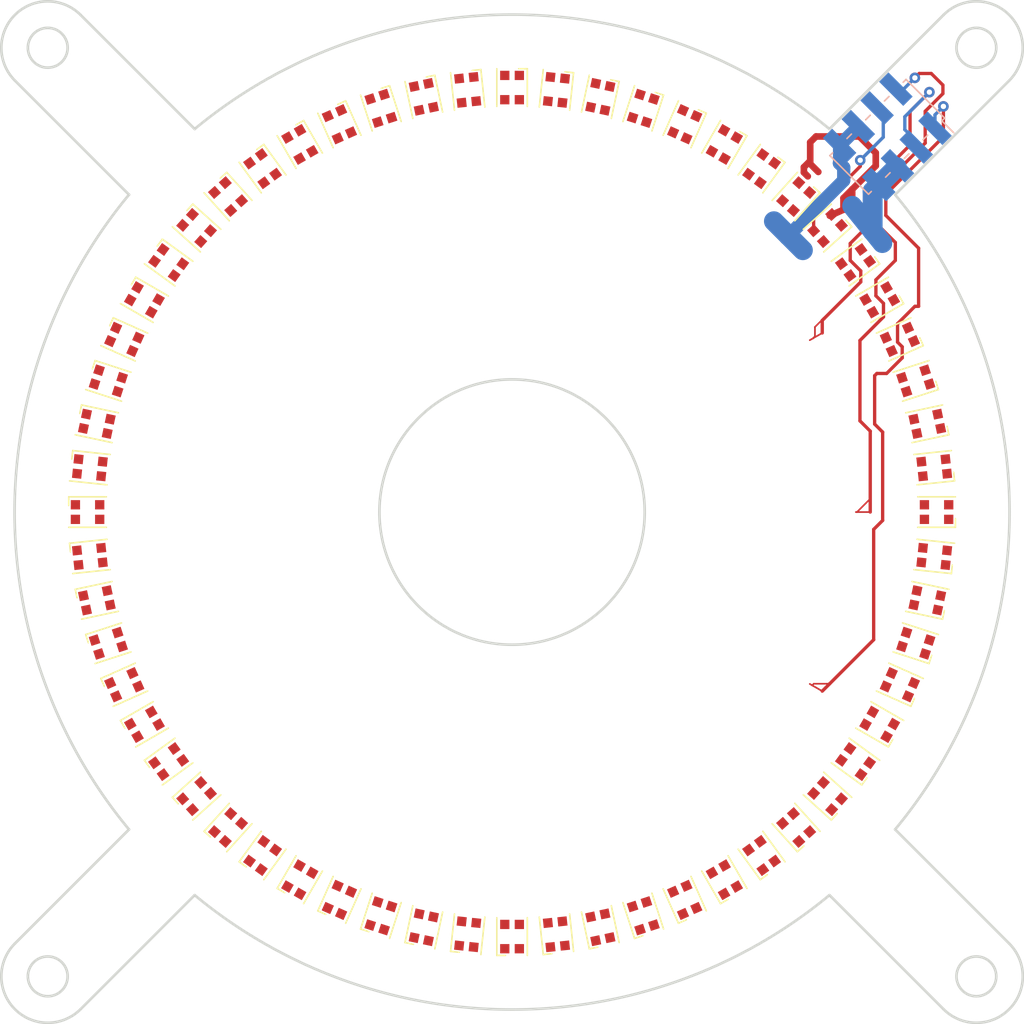
<source format=kicad_pcb>
(kicad_pcb (version 20211014) (generator pcbnew)
  (title_block (title "Knobby Coil PCB 8 Layer") (date "2023-02-03") (rev "2.0"))
  (layers (0 "F.Cu" signal) (1 "In1.Cu" signal) (2 "In2.Cu" signal) (3 "In3.Cu" signal) (4 "In4.Cu" signal) (5 "In5.Cu" signal) (6 "In6.Cu" signal) (31 "B.Cu" signal) (34 "B.Paste" user) (35 "F.Paste" user) (36 "B.SilkS" user "B.Silkscreen") (37 "F.SilkS" user "F.Silkscreen") (38 "B.Mask" user) (39 "F.Mask" user) (44 "Edge.Cuts" user))
  (net 0 "")
  (net 1 "coils")
  (net 2 "GND")
  (net 3 "V+")
  (net 4 "LED_IO_58")
  (footprint "LED_SMD:LED_WS2812B-2020_PLCC4_2.0x2.0mm" (layer "F.Cu") (at 180.433809 90.111456 -162)
    (fp_text reference "REF**33" hide)
    (fp_text value "LED_WS2812B-2020_PLCC4_2.0x2.0mm" hide)
  )
  (footprint "LED_SMD:LED_WS2812B-2020_PLCC4_2.0x2.0mm" (layer "F.Cu") (at 171.412179 123.780634 132)
    (fp_text reference "REF**22" hide)
    (fp_text value "LED_WS2812B-2020_PLCC4_2.0x2.0mm" hide)
  )
  (footprint "LED_SMD:LED_WS2812B-2020_PLCC4_2.0x2.0mm" (layer "F.Cu") (at 182 100 180)
    (fp_text reference "REF**30" hide)
    (fp_text value "LED_WS2812B-2020_PLCC4_2.0x2.0mm" hide)
  )
  (footprint "LED_SMD:LED_WS2812B-2020_PLCC4_2.0x2.0mm" (layer "F.Cu") (at 143.346826 68.699277 -78)
    (fp_text reference "REF**47" hide)
    (fp_text value "LED_WS2812B-2020_PLCC4_2.0x2.0mm" hide)
  )
  (footprint "LED_SMD:LED_WS2812B-2020_PLCC4_2.0x2.0mm" (layer "F.Cu") (at 118.175299 96.655089 -6)
    (fp_text reference "REF**59" hide)
    (fp_text value "LED_WS2812B-2020_PLCC4_2.0x2.0mm" hide)
  )
  (footprint "LED_SMD:LED_WS2812B-2020_PLCC4_2.0x2.0mm" (layer "F.Cu") (at 163.015573 70.766545 -114)
    (fp_text reference "REF**41" hide)
    (fp_text value "LED_WS2812B-2020_PLCC4_2.0x2.0mm" hide)
  )
  (footprint "LED_SMD:LED_WS2812B-2020_PLCC4_2.0x2.0mm" (layer "F.Cu") (at 168.809128 125.888544 126)
    (fp_text reference "REF**21" hide)
    (fp_text value "LED_WS2812B-2020_PLCC4_2.0x2.0mm" hide)
  )
  (footprint "LED_SMD:LED_WS2812B-2020_PLCC4_2.0x2.0mm" (layer "F.Cu") (at 150 132 90)
    (fp_text reference "REF**15" hide)
    (fp_text value "LED_WS2812B-2020_PLCC4_2.0x2.0mm" hide)
  )
  (footprint "LED_SMD:LED_WS2812B-2020_PLCC4_2.0x2.0mm" (layer "F.Cu") (at 120.766545 113.015573 24)
    (fp_text reference "REF**4" hide)
    (fp_text value "LED_WS2812B-2020_PLCC4_2.0x2.0mm" hide)
  )
  (footprint "LED_SMD:LED_WS2812B-2020_PLCC4_2.0x2.0mm" (layer "F.Cu") (at 163.015573 129.233455 114)
    (fp_text reference "REF**19" hide)
    (fp_text value "LED_WS2812B-2020_PLCC4_2.0x2.0mm" hide)
  )
  (footprint "LED_SMD:LED_WS2812B-2020_PLCC4_2.0x2.0mm" (layer "F.Cu") (at 181.824701 96.655089 -174)
    (fp_text reference "REF**31" hide)
    (fp_text value "LED_WS2812B-2020_PLCC4_2.0x2.0mm" hide)
  )
  (footprint "LED_SMD:LED_WS2812B-2020_PLCC4_2.0x2.0mm" (layer "F.Cu") (at 150 68 -90)
    (fp_text reference "REF**45" hide)
    (fp_text value "LED_WS2812B-2020_PLCC4_2.0x2.0mm" hide)
  )
  (footprint "LED_SMD:LED_WS2812B-2020_PLCC4_2.0x2.0mm" (layer "F.Cu") (at 126.219366 121.412179 42)
    (fp_text reference "REF**7" hide)
    (fp_text value "LED_WS2812B-2020_PLCC4_2.0x2.0mm" hide)
  )
  (footprint "LED_SMD:LED_WS2812B-2020_PLCC4_2.0x2.0mm" (layer "F.Cu") (at 143.346826 131.300723 78)
    (fp_text reference "REF**13" hide)
    (fp_text value "LED_WS2812B-2020_PLCC4_2.0x2.0mm" hide)
  )
  (footprint "LED_SMD:LED_WS2812B-2020_PLCC4_2.0x2.0mm" (layer "F.Cu") (at 181.300723 106.653174 168)
    (fp_text reference "REF**28" hide)
    (fp_text value "LED_WS2812B-2020_PLCC4_2.0x2.0mm" hide)
  )
  (footprint "LED_SMD:LED_WS2812B-2020_PLCC4_2.0x2.0mm" (layer "F.Cu") (at 118.699277 106.653174 12)
    (fp_text reference "REF**2" hide)
    (fp_text value "LED_WS2812B-2020_PLCC4_2.0x2.0mm" hide)
  )
  (footprint "LED_SMD:LED_WS2812B-2020_PLCC4_2.0x2.0mm" (layer "F.Cu") (at 181.824701 103.344911 174)
    (fp_text reference "REF**29" hide)
    (fp_text value "LED_WS2812B-2020_PLCC4_2.0x2.0mm" hide)
  )
  (footprint "LED_SMD:LED_WS2812B-2020_PLCC4_2.0x2.0mm" (layer "F.Cu") (at 134 127.712813 60)
    (fp_text reference "REF**10" hide)
    (fp_text value "LED_WS2812B-2020_PLCC4_2.0x2.0mm" hide)
  )
  (footprint "LED_SMD:LED_WS2812B-2020_PLCC4_2.0x2.0mm" (layer "F.Cu") (at 122.287187 116 30)
    (fp_text reference "REF**5" hide)
    (fp_text value "LED_WS2812B-2020_PLCC4_2.0x2.0mm" hide)
  )
  (footprint "LED_SMD:LED_WS2812B-2020_PLCC4_2.0x2.0mm" (layer "F.Cu") (at 153.344911 68.175299 -96)
    (fp_text reference "REF**44" hide)
    (fp_text value "LED_WS2812B-2020_PLCC4_2.0x2.0mm" hide)
  )
  (footprint "LED_SMD:LED_WS2812B-2020_PLCC4_2.0x2.0mm" (layer "F.Cu") (at 153.344911 131.824701 96)
    (fp_text reference "REF**16" hide)
    (fp_text value "LED_WS2812B-2020_PLCC4_2.0x2.0mm" hide)
  )
  (footprint "LED_SMD:LED_WS2812B-2020_PLCC4_2.0x2.0mm" (layer "F.Cu") (at 128.587821 123.780634 48)
    (fp_text reference "REF**8" hide)
    (fp_text value "LED_WS2812B-2020_PLCC4_2.0x2.0mm" hide)
  )
  (footprint "LED_SMD:LED_WS2812B-2020_PLCC4_2.0x2.0mm" (layer "F.Cu") (at 146.655089 131.824701 84)
    (fp_text reference "REF**14" hide)
    (fp_text value "LED_WS2812B-2020_PLCC4_2.0x2.0mm" hide)
  )
  (footprint "LED_SMD:LED_WS2812B-2020_PLCC4_2.0x2.0mm" (layer "F.Cu") (at 140.111456 130.433809 72)
    (fp_text reference "REF**12" hide)
    (fp_text value "LED_WS2812B-2020_PLCC4_2.0x2.0mm" hide)
  )
  (footprint "LED_SMD:LED_WS2812B-2020_PLCC4_2.0x2.0mm" (layer "F.Cu") (at 119.566191 90.111456 -18)
    (fp_text reference "REF**57" hide)
    (fp_text value "LED_WS2812B-2020_PLCC4_2.0x2.0mm" hide)
  )
  (footprint "LED_SMD:LED_WS2812B-2020_PLCC4_2.0x2.0mm" (layer "F.Cu") (at 136.984427 129.233455 66)
    (fp_text reference "REF**11" hide)
    (fp_text value "LED_WS2812B-2020_PLCC4_2.0x2.0mm" hide)
  )
  (footprint "LED_SMD:LED_WS2812B-2020_PLCC4_2.0x2.0mm" (layer "F.Cu") (at 124.111456 81.190872 -36)
    (fp_text reference "REF**54" hide)
    (fp_text value "LED_WS2812B-2020_PLCC4_2.0x2.0mm" hide)
  )
  (footprint "LED_SMD:LED_WS2812B-2020_PLCC4_2.0x2.0mm" (layer "F.Cu") (at 140.111456 69.566191 -72)
    (fp_text reference "REF**48" hide)
    (fp_text value "LED_WS2812B-2020_PLCC4_2.0x2.0mm" hide)
  )
  (footprint "LED_SMD:LED_WS2812B-2020_PLCC4_2.0x2.0mm" (layer "F.Cu") (at 126.219366 78.587821 -42)
    (fp_text reference "REF**53" hide)
    (fp_text value "LED_WS2812B-2020_PLCC4_2.0x2.0mm" hide)
  )
  (footprint "LED_SMD:LED_WS2812B-2020_PLCC4_2.0x2.0mm" (layer "F.Cu") (at 179.233455 86.984427 -156)
    (fp_text reference "REF**34" hide)
    (fp_text value "LED_WS2812B-2020_PLCC4_2.0x2.0mm" hide)
  )
  (footprint "LED_SMD:LED_WS2812B-2020_PLCC4_2.0x2.0mm" (layer "F.Cu") (at 136.984427 70.766545 -66)
    (fp_text reference "REF**49" hide)
    (fp_text value "LED_WS2812B-2020_PLCC4_2.0x2.0mm" hide)
  )
  (footprint "LED_SMD:LED_WS2812B-2020_PLCC4_2.0x2.0mm" (layer "F.Cu") (at 179.233455 113.015573 156)
    (fp_text reference "REF**26" hide)
    (fp_text value "LED_WS2812B-2020_PLCC4_2.0x2.0mm" hide)
  )
  (footprint "LED_SMD:LED_WS2812B-2020_PLCC4_2.0x2.0mm" (layer "F.Cu") (at 134 72.287187 -60)
    (fp_text reference "REF**50" hide)
    (fp_text value "LED_WS2812B-2020_PLCC4_2.0x2.0mm" hide)
  )
  (footprint "LED_SMD:LED_WS2812B-2020_PLCC4_2.0x2.0mm" (layer "F.Cu") (at 173.780634 78.587821 -138)
    (fp_text reference "REF**37" hide)
    (fp_text value "LED_WS2812B-2020_PLCC4_2.0x2.0mm" hide)
  )
  (footprint "LED_SMD:LED_WS2812B-2020_PLCC4_2.0x2.0mm" (layer "F.Cu") (at 168.809128 74.111456 -126)
    (fp_text reference "REF**39" hide)
    (fp_text value "LED_WS2812B-2020_PLCC4_2.0x2.0mm" hide)
  )
  (footprint "LED_SMD:LED_WS2812B-2020_PLCC4_2.0x2.0mm" (layer "F.Cu") (at 177.712813 84 -150)
    (fp_text reference "REF**35" hide)
    (fp_text value "LED_WS2812B-2020_PLCC4_2.0x2.0mm" hide)
  )
  (footprint "LED_SMD:LED_WS2812B-2020_PLCC4_2.0x2.0mm" (layer "F.Cu") (at 177.712813 116 150)
    (fp_text reference "REF**25" hide)
    (fp_text value "LED_WS2812B-2020_PLCC4_2.0x2.0mm" hide)
  )
  (footprint "LED_SMD:LED_WS2812B-2020_PLCC4_2.0x2.0mm" (layer "F.Cu") (at 146.655089 68.175299 -84)
    (fp_text reference "REF**46" hide)
    (fp_text value "LED_WS2812B-2020_PLCC4_2.0x2.0mm" hide)
  )
  (footprint "LED_SMD:LED_WS2812B-2020_PLCC4_2.0x2.0mm" (layer "F.Cu") (at 159.888544 130.433809 108)
    (fp_text reference "REF**18" hide)
    (fp_text value "LED_WS2812B-2020_PLCC4_2.0x2.0mm" hide)
  )
  (footprint "LED_SMD:LED_WS2812B-2020_PLCC4_2.0x2.0mm" (layer "F.Cu") (at 120.766545 86.984427 -24)
    (fp_text reference "REF**56" hide)
    (fp_text value "LED_WS2812B-2020_PLCC4_2.0x2.0mm" hide)
  )
  (footprint "LED_SMD:LED_WS2812B-2020_PLCC4_2.0x2.0mm" (layer "F.Cu") (at 171.412179 76.219366 -132)
    (fp_text reference "REF**38" hide)
    (fp_text value "LED_WS2812B-2020_PLCC4_2.0x2.0mm" hide)
  )
  (footprint "LED_SMD:LED_WS2812B-2020_PLCC4_2.0x2.0mm" (layer "F.Cu") (at 131.190872 74.111456 -54)
    (fp_text reference "REF**51" hide)
    (fp_text value "LED_WS2812B-2020_PLCC4_2.0x2.0mm" hide)
  )
  (footprint "LED_SMD:LED_WS2812B-2020_PLCC4_2.0x2.0mm" (layer "F.Cu") (at 156.653174 68.699277 -102)
    (fp_text reference "REF**43" hide)
    (fp_text value "LED_WS2812B-2020_PLCC4_2.0x2.0mm" hide)
  )
  (footprint "LED_SMD:LED_WS2812B-2020_PLCC4_2.0x2.0mm" (layer "F.Cu") (at 173.780634 121.412179 138)
    (fp_text reference "REF**23" hide)
    (fp_text value "LED_WS2812B-2020_PLCC4_2.0x2.0mm" hide)
  )
  (footprint "LED_SMD:LED_WS2812B-2020_PLCC4_2.0x2.0mm" (layer "F.Cu") (at 180.433809 109.888544 162)
    (fp_text reference "REF**27" hide)
    (fp_text value "LED_WS2812B-2020_PLCC4_2.0x2.0mm" hide)
  )
  (footprint "LED_SMD:LED_WS2812B-2020_PLCC4_2.0x2.0mm" (layer "F.Cu") (at 118.175299 103.344911 6)
    (fp_text reference "REF**1" hide)
    (fp_text value "LED_WS2812B-2020_PLCC4_2.0x2.0mm" hide)
  )
  (footprint "LED_SMD:LED_WS2812B-2020_PLCC4_2.0x2.0mm" (layer "F.Cu") (at 166 72.287187 -120)
    (fp_text reference "REF**40" hide)
    (fp_text value "LED_WS2812B-2020_PLCC4_2.0x2.0mm" hide)
  )
  (footprint "LED_SMD:LED_WS2812B-2020_PLCC4_2.0x2.0mm" (layer "F.Cu") (at 166 127.712813 120)
    (fp_text reference "REF**20" hide)
    (fp_text value "LED_WS2812B-2020_PLCC4_2.0x2.0mm" hide)
  )
  (footprint "LED_SMD:LED_WS2812B-2020_PLCC4_2.0x2.0mm" (layer "F.Cu") (at 118 100)
    (fp_text reference "REF**" hide)
    (fp_text value "LED_WS2812B-2020_PLCC4_2.0x2.0mm" hide)
  )
  (footprint "LED_SMD:LED_WS2812B-2020_PLCC4_2.0x2.0mm" (layer "F.Cu") (at 175.888544 81.190872 -144)
    (fp_text reference "REF**36" hide)
    (fp_text value "LED_WS2812B-2020_PLCC4_2.0x2.0mm" hide)
  )
  (footprint "LED_SMD:LED_WS2812B-2020_PLCC4_2.0x2.0mm" (layer "F.Cu") (at 128.587821 76.219366 -48)
    (fp_text reference "REF**52" hide)
    (fp_text value "LED_WS2812B-2020_PLCC4_2.0x2.0mm" hide)
  )
  (footprint "LED_SMD:LED_WS2812B-2020_PLCC4_2.0x2.0mm" (layer "F.Cu") (at 159.888544 69.566191 -108)
    (fp_text reference "REF**42" hide)
    (fp_text value "LED_WS2812B-2020_PLCC4_2.0x2.0mm" hide)
  )
  (footprint "LED_SMD:LED_WS2812B-2020_PLCC4_2.0x2.0mm" (layer "F.Cu") (at 119.566191 109.888544 18)
    (fp_text reference "REF**3" hide)
    (fp_text value "LED_WS2812B-2020_PLCC4_2.0x2.0mm" hide)
  )
  (footprint "LED_SMD:LED_WS2812B-2020_PLCC4_2.0x2.0mm" (layer "F.Cu") (at 122.287187 84 -30)
    (fp_text reference "REF**55" hide)
    (fp_text value "LED_WS2812B-2020_PLCC4_2.0x2.0mm" hide)
  )
  (footprint "LED_SMD:LED_WS2812B-2020_PLCC4_2.0x2.0mm" (layer "F.Cu") (at 124.111456 118.809128 36)
    (fp_text reference "REF**6" hide)
    (fp_text value "LED_WS2812B-2020_PLCC4_2.0x2.0mm" hide)
  )
  (footprint "LED_SMD:LED_WS2812B-2020_PLCC4_2.0x2.0mm" (layer "F.Cu") (at 118.699277 93.346826 -12)
    (fp_text reference "REF**58" hide)
    (fp_text value "LED_WS2812B-2020_PLCC4_2.0x2.0mm" hide)
  )
  (footprint "LED_SMD:LED_WS2812B-2020_PLCC4_2.0x2.0mm" (layer "F.Cu") (at 131.190872 125.888544 54)
    (fp_text reference "REF**9" hide)
    (fp_text value "LED_WS2812B-2020_PLCC4_2.0x2.0mm" hide)
  )
  (footprint "LED_SMD:LED_WS2812B-2020_PLCC4_2.0x2.0mm" (layer "F.Cu") (at 175.888544 118.809128 144)
    (fp_text reference "REF**24" hide)
    (fp_text value "LED_WS2812B-2020_PLCC4_2.0x2.0mm" hide)
  )
  (footprint "LED_SMD:LED_WS2812B-2020_PLCC4_2.0x2.0mm" (layer "F.Cu") (at 156.653174 131.300723 102)
    (fp_text reference "REF**17" hide)
    (fp_text value "LED_WS2812B-2020_PLCC4_2.0x2.0mm" hide)
  )
  (footprint "LED_SMD:LED_WS2812B-2020_PLCC4_2.0x2.0mm" (layer "F.Cu") (at 181.300723 93.346826 -168)
    (fp_text reference "REF**32" hide)
    (fp_text value "LED_WS2812B-2020_PLCC4_2.0x2.0mm" hide)
  )
  (footprint "Connector_PinHeader_2.00mm:PinHeader_2x04_P2.00mm_Vertical_SMD" (layer "B.Cu") (at 178.284 71.716 135)
    (fp_text reference "REF**" hide)
    (fp_text value "PinHeader_2x04_P2.00mm_Vertical_SMD" hide)
  )
  (gr_line (start 178.875631 76.074116) (end 187.474874 67.474874) (layer "Edge.Cuts") (width 0.2))
  (gr_line (start 187.474874 132.525126) (end 178.875631 123.925884) (layer "Edge.Cuts") (width 0.2))
  (gr_arc (start 173.925884 128.875631) (mid 150 137.5) (end 126.074116 128.875631) (layer "Edge.Cuts") (width 0.2))
  (gr_poly (pts (xy 160 100) (xy 159.998476 100.174524) (xy 159.993908 100.348994) (xy 159.986295 100.523359) (xy 159.97564 100.697564) (xy 159.961946 100.871557) (xy 159.945218 101.045284) (xy 159.925461 101.218693) (xy 159.90268 101.391731) (xy 159.876883 101.564344) (xy 159.848077 101.736481) (xy 159.816271 101.908089) (xy 159.781476 102.079116) (xy 159.7437 102.24951) (xy 159.702957 102.419218) (xy 159.659258 102.58819) (xy 159.612616 102.756373) (xy 159.563047 102.923717) (xy 159.510565 103.090169) (xy 159.455185 103.255681) (xy 159.396926 103.420201) (xy 159.335804 103.583679) (xy 159.271838 103.746065) (xy 159.205048 103.907311) (xy 159.135454 104.067366) (xy 159.063077 104.226182) (xy 158.98794 104.383711) (xy 158.910065 104.539904) (xy 158.829475 104.694715) (xy 158.746197 104.848096) (xy 158.660254 105) (xy 158.571673 105.15038) (xy 158.48048 105.299192) (xy 158.386705 105.44639) (xy 158.290375 105.591929) (xy 158.19152 105.735764) (xy 158.090169 105.877852) (xy 157.986355 106.01815) (xy 157.880107 106.156614) (xy 157.771459 106.293203) (xy 157.660444 106.427876) (xy 157.547095 106.56059) (xy 157.431448 106.691306) (xy 157.313537 106.819983) (xy 157.193398 106.946583) (xy 157.071067 107.071067) (xy 156.946583 107.193398) (xy 156.819983 107.313537) (xy 156.691306 107.431448) (xy 156.56059 107.547095) (xy 156.427876 107.660444) (xy 156.293203 107.771459) (xy 156.156614 107.880107) (xy 156.01815 107.986355) (xy 155.877852 108.090169) (xy 155.735764 108.19152) (xy 155.591929 108.290375) (xy 155.44639 108.386705) (xy 155.299192 108.48048) (xy 155.15038 108.571673) (xy 155 108.660254) (xy 154.848096 108.746197) (xy 154.694715 108.829475) (xy 154.539904 108.910065) (xy 154.383711 108.98794) (xy 154.226182 109.063077) (xy 154.067366 109.135454) (xy 153.907311 109.205048) (xy 153.746065 109.271838) (xy 153.583679 109.335804) (xy 153.420201 109.396926) (xy 153.255681 109.455185) (xy 153.090169 109.510565) (xy 152.923717 109.563047) (xy 152.756373 109.612616) (xy 152.58819 109.659258) (xy 152.419218 109.702957) (xy 152.24951 109.7437) (xy 152.079116 109.781476) (xy 151.908089 109.816271) (xy 151.736481 109.848077) (xy 151.564344 109.876883) (xy 151.391731 109.90268) (xy 151.218693 109.925461) (xy 151.045284 109.945218) (xy 150.871557 109.961946) (xy 150.697564 109.97564) (xy 150.523359 109.986295) (xy 150.348994 109.993908) (xy 150.174524 109.998476) (xy 150 110) (xy 149.825475 109.998476) (xy 149.651005 109.993908) (xy 149.47664 109.986295) (xy 149.302435 109.97564) (xy 149.128442 109.961946) (xy 148.954715 109.945218) (xy 148.781306 109.925461) (xy 148.608268 109.90268) (xy 148.435655 109.876883) (xy 148.263518 109.848077) (xy 148.09191 109.816271) (xy 147.920883 109.781476) (xy 147.750489 109.7437) (xy 147.580781 109.702957) (xy 147.411809 109.659258) (xy 147.243626 109.612616) (xy 147.076282 109.563047) (xy 146.90983 109.510565) (xy 146.744318 109.455185) (xy 146.579798 109.396926) (xy 146.41632 109.335804) (xy 146.253934 109.271838) (xy 146.092688 109.205048) (xy 145.932633 109.135454) (xy 145.773817 109.063077) (xy 145.616288 108.98794) (xy 145.460095 108.910065) (xy 145.305284 108.829475) (xy 145.151903 108.746197) (xy 145 108.660254) (xy 144.849619 108.571673) (xy 144.700807 108.48048) (xy 144.553609 108.386705) (xy 144.40807 108.290375) (xy 144.264235 108.19152) (xy 144.122147 108.090169) (xy 143.981849 107.986355) (xy 143.843385 107.880107) (xy 143.706796 107.771459) (xy 143.572123 107.660444) (xy 143.439409 107.547095) (xy 143.308693 107.431448) (xy 143.180016 107.313537) (xy 143.053416 107.193398) (xy 142.928932 107.071067) (xy 142.806601 106.946583) (xy 142.686462 106.819983) (xy 142.568551 106.691306) (xy 142.452904 106.56059) (xy 142.339555 106.427876) (xy 142.22854 106.293203) (xy 142.119892 106.156614) (xy 142.013644 106.01815) (xy 141.90983 105.877852) (xy 141.808479 105.735764) (xy 141.709624 105.591929) (xy 141.613294 105.44639) (xy 141.519519 105.299192) (xy 141.428326 105.15038) (xy 141.339745 105) (xy 141.253802 104.848096) (xy 141.170524 104.694715) (xy 141.089934 104.539904) (xy 141.012059 104.383711) (xy 140.936922 104.226182) (xy 140.864545 104.067366) (xy 140.794951 103.907311) (xy 140.728161 103.746065) (xy 140.664195 103.583679) (xy 140.603073 103.420201) (xy 140.544814 103.255681) (xy 140.489434 103.090169) (xy 140.436952 102.923717) (xy 140.387383 102.756373) (xy 140.340741 102.58819) (xy 140.297042 102.419218) (xy 140.256299 102.24951) (xy 140.218523 102.079116) (xy 140.183728 101.908089) (xy 140.151922 101.736481) (xy 140.123116 101.564344) (xy 140.097319 101.391731) (xy 140.074538 101.218693) (xy 140.054781 101.045284) (xy 140.038053 100.871557) (xy 140.024359 100.697564) (xy 140.013704 100.523359) (xy 140.006091 100.348994) (xy 140.001523 100.174524) (xy 140 100) (xy 140.001523 99.825475) (xy 140.006091 99.651005) (xy 140.013704 99.47664) (xy 140.024359 99.302435) (xy 140.038053 99.128442) (xy 140.054781 98.954715) (xy 140.074538 98.781306) (xy 140.097319 98.608268) (xy 140.123116 98.435655) (xy 140.151922 98.263518) (xy 140.183728 98.09191) (xy 140.218523 97.920883) (xy 140.256299 97.750489) (xy 140.297042 97.580781) (xy 140.340741 97.411809) (xy 140.387383 97.243626) (xy 140.436952 97.076282) (xy 140.489434 96.90983) (xy 140.544814 96.744318) (xy 140.603073 96.579798) (xy 140.664195 96.41632) (xy 140.728161 96.253934) (xy 140.794951 96.092688) (xy 140.864545 95.932633) (xy 140.936922 95.773817) (xy 141.012059 95.616288) (xy 141.089934 95.460095) (xy 141.170524 95.305284) (xy 141.253802 95.151903) (xy 141.339745 95) (xy 141.428326 94.849619) (xy 141.519519 94.700807) (xy 141.613294 94.553609) (xy 141.709624 94.40807) (xy 141.808479 94.264235) (xy 141.90983 94.122147) (xy 142.013644 93.981849) (xy 142.119892 93.843385) (xy 142.22854 93.706796) (xy 142.339555 93.572123) (xy 142.452904 93.439409) (xy 142.568551 93.308693) (xy 142.686462 93.180016) (xy 142.806601 93.053416) (xy 142.928932 92.928932) (xy 143.053416 92.806601) (xy 143.180016 92.686462) (xy 143.308693 92.568551) (xy 143.439409 92.452904) (xy 143.572123 92.339555) (xy 143.706796 92.22854) (xy 143.843385 92.119892) (xy 143.981849 92.013644) (xy 144.122147 91.90983) (xy 144.264235 91.808479) (xy 144.40807 91.709624) (xy 144.553609 91.613294) (xy 144.700807 91.519519) (xy 144.849619 91.428326) (xy 145 91.339745) (xy 145.151903 91.253802) (xy 145.305284 91.170524) (xy 145.460095 91.089934) (xy 145.616288 91.012059) (xy 145.773817 90.936922) (xy 145.932633 90.864545) (xy 146.092688 90.794951) (xy 146.253934 90.728161) (xy 146.41632 90.664195) (xy 146.579798 90.603073) (xy 146.744318 90.544814) (xy 146.90983 90.489434) (xy 147.076282 90.436952) (xy 147.243626 90.387383) (xy 147.411809 90.340741) (xy 147.580781 90.297042) (xy 147.750489 90.256299) (xy 147.920883 90.218523) (xy 148.09191 90.183728) (xy 148.263518 90.151922) (xy 148.435655 90.123116) (xy 148.608268 90.097319) (xy 148.781306 90.074538) (xy 148.954715 90.054781) (xy 149.128442 90.038053) (xy 149.302435 90.024359) (xy 149.47664 90.013704) (xy 149.651005 90.006091) (xy 149.825475 90.001523) (xy 150 90) (xy 150.174524 90.001523) (xy 150.348994 90.006091) (xy 150.523359 90.013704) (xy 150.697564 90.024359) (xy 150.871557 90.038053) (xy 151.045284 90.054781) (xy 151.218693 90.074538) (xy 151.391731 90.097319) (xy 151.564344 90.123116) (xy 151.736481 90.151922) (xy 151.908089 90.183728) (xy 152.079116 90.218523) (xy 152.24951 90.256299) (xy 152.419218 90.297042) (xy 152.58819 90.340741) (xy 152.756373 90.387383) (xy 152.923717 90.436952) (xy 153.090169 90.489434) (xy 153.255681 90.544814) (xy 153.420201 90.603073) (xy 153.583679 90.664195) (xy 153.746065 90.728161) (xy 153.907311 90.794951) (xy 154.067366 90.864545) (xy 154.226182 90.936922) (xy 154.383711 91.012059) (xy 154.539904 91.089934) (xy 154.694715 91.170524) (xy 154.848096 91.253802) (xy 155 91.339745) (xy 155.15038 91.428326) (xy 155.299192 91.519519) (xy 155.44639 91.613294) (xy 155.591929 91.709624) (xy 155.735764 91.808479) (xy 155.877852 91.90983) (xy 156.01815 92.013644) (xy 156.156614 92.119892) (xy 156.293203 92.22854) (xy 156.427876 92.339555) (xy 156.56059 92.452904) (xy 156.691306 92.568551) (xy 156.819983 92.686462) (xy 156.946583 92.806601) (xy 157.071067 92.928932) (xy 157.193398 93.053416) (xy 157.313537 93.180016) (xy 157.431448 93.308693) (xy 157.547095 93.439409) (xy 157.660444 93.572123) (xy 157.771459 93.706796) (xy 157.880107 93.843385) (xy 157.986355 93.981849) (xy 158.090169 94.122147) (xy 158.19152 94.264235) (xy 158.290375 94.40807) (xy 158.386705 94.553609) (xy 158.48048 94.700807) (xy 158.571673 94.849619) (xy 158.660254 95) (xy 158.746197 95.151903) (xy 158.829475 95.305284) (xy 158.910065 95.460095) (xy 158.98794 95.616288) (xy 159.063077 95.773817) (xy 159.135454 95.932633) (xy 159.205048 96.092688) (xy 159.271838 96.253934) (xy 159.335804 96.41632) (xy 159.396926 96.579798) (xy 159.455185 96.744318) (xy 159.510565 96.90983) (xy 159.563047 97.076282) (xy 159.612616 97.243626) (xy 159.659258 97.411809) (xy 159.702957 97.580781) (xy 159.7437 97.750489) (xy 159.781476 97.920883) (xy 159.816271 98.09191) (xy 159.848077 98.263518) (xy 159.876883 98.435655) (xy 159.90268 98.608268) (xy 159.925461 98.781306) (xy 159.945218 98.954715) (xy 159.961946 99.128442) (xy 159.97564 99.302435) (xy 159.986295 99.47664) (xy 159.993908 99.651005) (xy 159.998476 99.825475) (xy 160 100)) (layer "Edge.Cuts") (width 0.1) (fill none))
  (gr_circle (center 115 65) (end 116.5 65) (layer "Edge.Cuts") (width 0.2) (fill none))
  (gr_circle (center 115 135) (end 116.5 135) (layer "Edge.Cuts") (width 0.2) (fill none))
  (gr_arc (start 182.525126 62.525126) (mid 187.474874 62.525126) (end 187.474874 67.474874) (layer "Edge.Cuts") (width 0.2))
  (gr_arc (start 178.875631 76.074116) (mid 187.5 100) (end 178.875631 123.925884) (layer "Edge.Cuts") (width 0.2))
  (gr_arc (start 187.474874 132.525126) (mid 187.474874 137.474874) (end 182.525126 137.474874) (layer "Edge.Cuts") (width 0.2))
  (gr_line (start 182.525126 62.525126) (end 173.925884 71.124369) (layer "Edge.Cuts") (width 0.2))
  (gr_line (start 117.474874 137.474874) (end 126.074116 128.875631) (layer "Edge.Cuts") (width 0.2))
  (gr_arc (start 112.525126 67.474874) (mid 112.525126 62.525126) (end 117.474874 62.525126) (layer "Edge.Cuts") (width 0.2))
  (gr_arc (start 126.074116 71.124369) (mid 150 62.5) (end 173.925884 71.124369) (layer "Edge.Cuts") (width 0.2))
  (gr_arc (start 117.474874 137.474874) (mid 112.525126 137.474874) (end 112.525126 132.525126) (layer "Edge.Cuts") (width 0.2))
  (gr_line (start 121.124369 123.925884) (end 112.525126 132.525126) (layer "Edge.Cuts") (width 0.2))
  (gr_arc (start 121.124369 123.925884) (mid 112.5 100) (end 121.124369 76.074116) (layer "Edge.Cuts") (width 0.2))
  (gr_circle (center 185 135) (end 186.5 135) (layer "Edge.Cuts") (width 0.2) (fill none))
  (gr_line (start 173.925884 128.875631) (end 182.525126 137.474874) (layer "Edge.Cuts") (width 0.2))
  (gr_line (start 126.074116 71.124369) (end 117.474874 62.525126) (layer "Edge.Cuts") (width 0.2))
  (gr_circle (center 150 100) (end 160 100) (layer "Edge.Cuts") (width 0.2) (fill none))
  (gr_line (start 112.525126 67.474874) (end 121.124369 76.074116) (layer "Edge.Cuts") (width 0.2))
  (gr_circle (center 185 65) (end 186.5 65) (layer "Edge.Cuts") (width 0.2) (fill none))
  (segment (start 177.998509 85.290586) (end 176.224591 87.064504) (width 0.25) (layer "F.Cu") (net 1))
  (segment (start 176.285456 82.651967) (end 173.517055 85.420367) (width 0.25) (layer "F.Cu") (net 1))
  (segment (start 180.364122 84.492233) (end 179.058545 85.79781) (width 0.25) (layer "F.Cu") (net 1))
  (segment (start 172.832113 86.050397) (end 173.462143 85.420367) (width 0.127) (layer "F.Cu") (net 1))
  (segment (start 180.64518 84.492233) (end 180.364122 84.492233) (width 0.25) (layer "F.Cu") (net 1))
  (segment (start 179.397888 73.929388) (end 177.517454 75.809822) (width 0.25) (layer "F.Cu") (net 1))
  (segment (start 180 69.80457) (end 180 72.331085) (width 0.25) (layer "F.Cu") (net 1))
  (segment (start 176.285456 81.820795) (end 176.285456 82.651967) (width 0.25) (layer "F.Cu") (net 1))
  (segment (start 177.517454 75.809822) (end 177.517454 77.543194) (width 0.25) (layer "F.Cu") (net 1))
  (segment (start 173.462143 85.420367) (end 173.517055 85.420367) (width 0.127) (layer "F.Cu") (net 1))
  (segment (start 181.143275 69.788456) (end 182.478171 68.45356) (width 0.25) (layer "F.Cu") (net 1))
  (segment (start 179.058545 85.79781) (end 179.058545 87.190943) (width 0.25) (layer "F.Cu") (net 1))
  (segment (start 177.934854 93.971411) (end 177.934854 100.63121) (width 0.25) (layer "F.Cu") (net 1))
  (segment (start 178.892197 81.029773) (end 177.427117 82.494853) (width 0.25) (layer "F.Cu") (net 1))
  (segment (start 176.224591 87.064504) (end 176.224591 93.125715) (width 0.25) (layer "F.Cu") (net 1))
  (segment (start 172.832113 86.75659) (end 172.832113 86.050397) (width 0.127) (layer "F.Cu") (net 1))
  (segment (start 173.517055 85.420367) (end 173.382685 85.554738) (width 0.25) (layer "F.Cu") (net 1))
  (segment (start 182.515088 71.70876) (end 178.174627 76.049221) (width 0.25) (layer "F.Cu") (net 1))
  (segment (start 177.497217 89.552882) (end 177.331167 89.718932) (width 0.25) (layer "F.Cu") (net 1))
  (segment (start 175.491632 79.75214) (end 175.491632 81.026971) (width 0.25) (layer "F.Cu") (net 1))
  (segment (start 178.174627 77.63844) (end 180.64518 80.108993) (width 0.25) (layer "F.Cu") (net 1))
  (segment (start 177.331167 89.718932) (end 177.331167 93.367723) (width 0.25) (layer "F.Cu") (net 1))
  (segment (start 177.934854 100.63121) (end 177.258131 101.307934) (width 0.25) (layer "F.Cu") (net 1))
  (segment (start 178.892197 79.677214) (end 178.892197 81.029773) (width 0.25) (layer "F.Cu") (net 1))
  (segment (start 178.505757 74.821519) (end 179.397888 73.929388) (width 0.25) (layer "F.Cu") (net 1))
  (segment (start 176 100) (end 177 100) (width 0.127) (layer "F.Cu") (net 1))
  (segment (start 178.174627 76.049221) (end 178.174627 77.63844) (width 0.25) (layer "F.Cu") (net 1))
  (segment (start 181.459125 68.345445) (end 180 69.80457) (width 0.25) (layer "F.Cu") (net 1))
  (segment (start 177.427117 82.494853) (end 177.427117 83.697065) (width 0.25) (layer "F.Cu") (net 1))
  (segment (start 182.515088 69.421331) (end 182.515088 71.70876) (width 0.25) (layer "F.Cu") (net 1))
  (segment (start 173.941342 112.941342) (end 173.382685 113.5) (width 0.25) (layer "F.Cu") (net 1))
  (segment (start 172.442182 112.957) (end 172.624813 113.062442) (width 0.127) (layer "F.Cu") (net 1))
  (segment (start 172.442182 87.043) (end 172.687114 86.901589) (width 0.127) (layer "F.Cu") (net 1))
  (segment (start 176.903602 78.34017) (end 175.491632 79.75214) (width 0.25) (layer "F.Cu") (net 1))
  (segment (start 177.517454 78.302471) (end 178.892197 79.677214) (width 0.25) (layer "F.Cu") (net 1))
  (segment (start 173.382685 85.554738) (end 173.382685 86.5) (width 0.25) (layer "F.Cu") (net 1))
  (segment (start 177.331167 93.367723) (end 177.934854 93.971411) (width 0.25) (layer "F.Cu") (net 1))
  (segment (start 180.693524 66.93935) (end 180.363315 67.269559) (width 0.25) (layer "F.Cu") (net 1))
  (segment (start 177.427117 83.697065) (end 177.998509 84.268457) (width 0.25) (layer "F.Cu") (net 1))
  (segment (start 177.258131 109.624554) (end 173.941342 112.941342) (width 0.25) (layer "F.Cu") (net 1))
  (segment (start 172.624813 113.062442) (end 172.745913 112.941342) (width 0.127) (layer "F.Cu") (net 1))
  (segment (start 172.687114 86.901589) (end 172.832113 86.75659) (width 0.127) (layer "F.Cu") (net 1))
  (segment (start 179.058545 87.190943) (end 179.409903 87.542301) (width 0.25) (layer "F.Cu") (net 1))
  (segment (start 176.224591 93.125715) (end 177 93.901124) (width 0.25) (layer "F.Cu") (net 1))
  (segment (start 176 100) (end 177 99) (width 0.127) (layer "F.Cu") (net 1))
  (segment (start 175.491632 81.026971) (end 176.285456 81.820795) (width 0.25) (layer "F.Cu") (net 1))
  (segment (start 177 93.901124) (end 177 100) (width 0.25) (layer "F.Cu") (net 1))
  (segment (start 175.914 100) (end 176 100) (width 0.127) (layer "F.Cu") (net 1))
  (segment (start 178.234399 89.552882) (end 177.497217 89.552882) (width 0.25) (layer "F.Cu") (net 1))
  (segment (start 182.478171 67.815998) (end 181.601523 66.93935) (width 0.25) (layer "F.Cu") (net 1))
  (segment (start 180.64518 80.108993) (end 180.64518 84.492233) (width 0.25) (layer "F.Cu") (net 1))
  (segment (start 176.903602 75.427483) (end 176.903602 78.34017) (width 0.25) (layer "F.Cu") (net 1))
  (segment (start 181.143275 72.184001) (end 181.143275 69.788456) (width 0.25) (layer "F.Cu") (net 1))
  (segment (start 172.687114 86.901589) (end 173.382685 86.5) (width 0.127) (layer "F.Cu") (net 1))
  (segment (start 172.745913 112.941342) (end 173.941342 112.941342) (width 0.127) (layer "F.Cu") (net 1))
  (segment (start 177.258131 101.307934) (end 177.258131 109.624554) (width 0.25) (layer "F.Cu") (net 1))
  (segment (start 179.409903 87.542301) (end 179.409903 88.377378) (width 0.25) (layer "F.Cu") (net 1))
  (segment (start 179.397888 73.929388) (end 181.143275 72.184001) (width 0.25) (layer "F.Cu") (net 1))
  (segment (start 181.601523 66.93935) (end 180.693524 66.93935) (width 0.25) (layer "F.Cu") (net 1))
  (segment (start 172.624813 113.062442) (end 173.382685 113.5) (width 0.127) (layer "F.Cu") (net 1))
  (segment (start 179.409903 88.377378) (end 178.234399 89.552882) (width 0.25) (layer "F.Cu") (net 1))
  (segment (start 182.478171 68.45356) (end 182.478171 67.815998) (width 0.25) (layer "F.Cu") (net 1))
  (segment (start 177.517454 77.543194) (end 177.517454 78.302471) (width 0.25) (layer "F.Cu") (net 1))
  (segment (start 177.998509 84.268457) (end 177.998509 85.290586) (width 0.25) (layer "F.Cu") (net 1))
  (segment (start 180 72.331085) (end 176.903602 75.427483) (width 0.25) (layer "F.Cu") (net 1))
  (via (at 181.459125 68.345445) (size 0.8) (drill 0.4) (layers "F.Cu" "B.Cu") (net 1))
  (via (at 182.515088 69.421331) (size 0.8) (drill 0.4) (layers "F.Cu" "B.Cu") (net 1))
  (via (at 180.363315 67.269559) (size 0.8) (drill 0.4) (layers "F.Cu" "B.Cu") (net 1))
  (segment (start 178.931003 68.120362) (end 179.512512 68.120362) (width 0.25) (layer "B.Cu") (net 1))
  (segment (start 179.60621 70.19836) (end 181.459125 68.345445) (width 0.25) (layer "B.Cu") (net 1))
  (segment (start 180 72.017787) (end 180 71.568417) (width 0.25) (layer "B.Cu") (net 1))
  (segment (start 179.60621 71.174627) (end 179.60621 70.19836) (width 0.25) (layer "B.Cu") (net 1))
  (segment (start 180 71.568417) (end 179.60621 71.174627) (width 0.25) (layer "B.Cu") (net 1))
  (segment (start 179.512512 68.120362) (end 180.363315 67.269559) (width 0.25) (layer "B.Cu") (net 1))
  (segment (start 181.879638 71.068997) (end 181.879638 70.056781) (width 0.25) (layer "B.Cu") (net 1))
  (segment (start 181.879638 70.056781) (end 182.515088 69.421331) (width 0.25) (layer "B.Cu") (net 1))
  (segment (start 180.465424 72.483211) (end 180 72.017787) (width 0.25) (layer "B.Cu") (net 1))
  (segment (start 172.474362 73.525638) (end 172 74) (width 0.5) (layer "F.Cu") (net 2))
  (segment (start 177.415468 72.923235) (end 176.180192 71.687959) (width 0.5) (layer "F.Cu") (net 2))
  (segment (start 174.983835 77.205928) (end 174.983835 76.331135) (width 0.5) (layer "F.Cu") (net 2))
  (segment (start 176.180192 71.687959) (end 172.912686 71.687959) (width 0.5) (layer "F.Cu") (net 2))
  (segment (start 173.951833 77.664553) (end 174.983835 77.205928) (width 0.5) (layer "F.Cu") (net 2))
  (segment (start 174.983835 77.205928) (end 175.638496 76.914994) (width 0.5) (layer "F.Cu") (net 2))
  (segment (start 172.474362 73.525638) (end 172.474362 73.75086) (width 0.5) (layer "F.Cu") (net 2))
  (segment (start 174.983835 76.331135) (end 175.657485 75.657485) (width 0.5) (layer "F.Cu") (net 2))
  (segment (start 177.415468 73.899502) (end 177.415468 72.923235) (width 0.5) (layer "F.Cu") (net 2))
  (segment (start 172.474362 72.126283) (end 172.474362 73.525638) (width 0.5) (layer "F.Cu") (net 2))
  (segment (start 175.638496 75.676474) (end 175.638496 76.914994) (width 0.5) (layer "F.Cu") (net 2))
  (segment (start 175.657485 75.657485) (end 175.638496 75.676474) (width 0.5) (layer "F.Cu") (net 2))
  (segment (start 172.912686 71.687959) (end 172.474362 72.126283) (width 0.5) (layer "F.Cu") (net 2))
  (segment (start 172.474362 73.75086) (end 173.085005 74.361503) (width 0.5) (layer "F.Cu") (net 2))
  (segment (start 172 74) (end 172 74.399065) (width 0.5) (layer "F.Cu") (net 2))
  (segment (start 172 74.399065) (end 172.29218 74.691245) (width 0.5) (layer "F.Cu") (net 2))
  (segment (start 175.657485 75.657485) (end 177.415468 73.899502) (width 0.5) (layer "F.Cu") (net 2))
  (segment (start 177.18063 78.81937) (end 177.911086 79.721408) (width 1.5) (layer "B.Cu") (net 2))
  (segment (start 177.18063 75.81937) (end 178 75) (width 1.5) (layer "B.Cu") (net 2))
  (segment (start 175.638496 76.914994) (end 177.18063 78.81937) (width 1.5) (layer "B.Cu") (net 2))
  (segment (start 178 75) (end 179 74) (width 1.5) (layer "B.Cu") (net 2))
  (segment (start 177.18063 78.81937) (end 177.18063 75.81937) (width 1.5) (layer "B.Cu") (net 2))
  (segment (start 170.831062 79.168938) (end 171.922772 80.260647) (width 1.5) (layer "B.Cu") (net 3))
  (segment (start 175 75) (end 175 74.026664) (width 1) (layer "B.Cu") (net 3))
  (segment (start 174.688362 72.363003) (end 176.102576 70.948789) (width 1) (layer "B.Cu") (net 3))
  (segment (start 169.739352 78.077227) (end 170.831062 79.168938) (width 1.5) (layer "B.Cu") (net 3))
  (segment (start 174.688362 73.69312) (end 174.688362 72.363003) (width 1) (layer "B.Cu") (net 3))
  (segment (start 174.677409 73.704073) (end 174.688362 73.69312) (width 1) (layer "B.Cu") (net 3))
  (segment (start 175 75) (end 170.831062 79.168938) (width 1) (layer "B.Cu") (net 3))
  (segment (start 175 74.026664) (end 174.677409 73.704073) (width 1) (layer "B.Cu") (net 3))
  (segment (start 176.245 73.478522) (end 176.245 73.940955) (width 0.25) (layer "F.Cu") (net 4))
  (segment (start 172.732635 77.45332) (end 172.732635 78.791346) (width 0.25) (layer "F.Cu") (net 4))
  (segment (start 176.245 73.940955) (end 172.732635 77.45332) (width 0.25) (layer "F.Cu") (net 4))
  (via (at 176.245 73.478522) (size 0.8) (drill 0.4) (layers "F.Cu" "B.Cu") (net 4))
  (segment (start 177.982213 71.741309) (end 177.982213 70) (width 0.25) (layer "B.Cu") (net 4))
  (segment (start 177.982213 70) (end 177.516789 69.534576) (width 0.25) (layer "B.Cu") (net 4))
  (segment (start 177.693297 69.711084) (end 177.711084 69.711084) (width 0.25) (layer "B.Cu") (net 4))
  (segment (start 177.516789 69.534576) (end 177.693297 69.711084) (width 0.25) (layer "B.Cu") (net 4))
  (segment (start 176.245 73.478522) (end 177.982213 71.741309) (width 0.25) (layer "B.Cu") (net 4))
)
</source>
